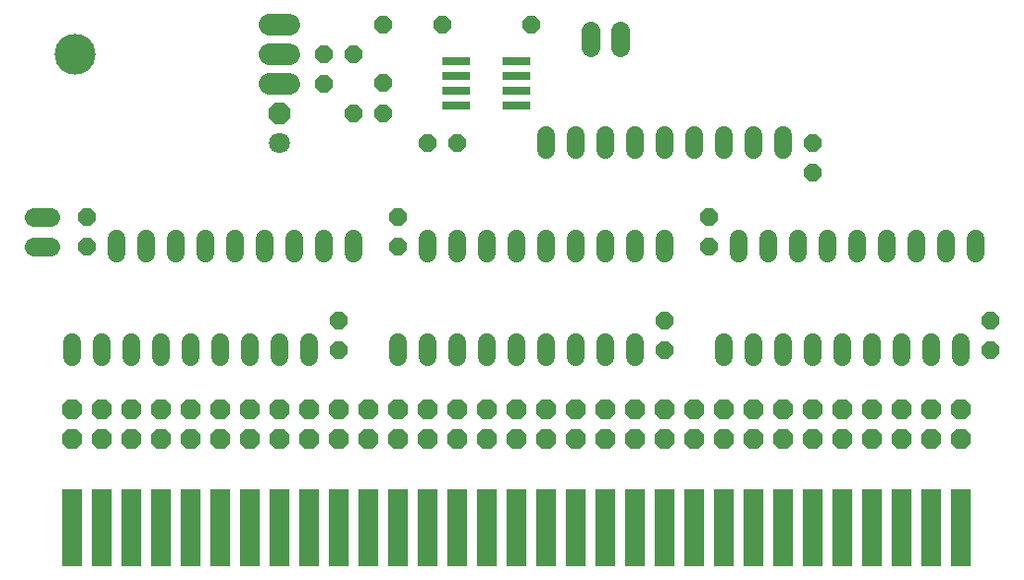
<source format=gts>
G75*
%MOIN*%
%OFA0B0*%
%FSLAX24Y24*%
%IPPOS*%
%LPD*%
%AMOC8*
5,1,8,0,0,1.08239X$1,22.5*
%
%ADD10R,0.0680X0.2630*%
%ADD11C,0.0600*%
%ADD12OC8,0.0600*%
%ADD13R,0.0946X0.0316*%
%ADD14OC8,0.0710*%
%ADD15C,0.0710*%
%ADD16C,0.0740*%
%ADD17C,0.1380*%
%ADD18C,0.0640*%
%ADD19OC8,0.0680*%
D10*
X002180Y001940D03*
X003180Y001940D03*
X004180Y001940D03*
X005180Y001940D03*
X006180Y001940D03*
X007180Y001940D03*
X008180Y001940D03*
X009180Y001940D03*
X010180Y001940D03*
X011180Y001940D03*
X012180Y001940D03*
X013180Y001940D03*
X014180Y001940D03*
X015180Y001940D03*
X016180Y001940D03*
X017180Y001940D03*
X018180Y001940D03*
X019180Y001940D03*
X020180Y001940D03*
X021180Y001940D03*
X022180Y001940D03*
X023180Y001940D03*
X024180Y001940D03*
X025180Y001940D03*
X026180Y001940D03*
X027180Y001940D03*
X028180Y001940D03*
X029180Y001940D03*
X030180Y001940D03*
X031180Y001940D03*
X032180Y001940D03*
D11*
X032180Y007680D02*
X032180Y008200D01*
X031180Y008200D02*
X031180Y007680D01*
X030180Y007680D02*
X030180Y008200D01*
X029180Y008200D02*
X029180Y007680D01*
X028180Y007680D02*
X028180Y008200D01*
X027180Y008200D02*
X027180Y007680D01*
X026180Y007680D02*
X026180Y008200D01*
X025180Y008200D02*
X025180Y007680D01*
X024180Y007680D02*
X024180Y008200D01*
X021180Y008200D02*
X021180Y007680D01*
X020180Y007680D02*
X020180Y008200D01*
X019180Y008200D02*
X019180Y007680D01*
X018180Y007680D02*
X018180Y008200D01*
X017180Y008200D02*
X017180Y007680D01*
X016180Y007680D02*
X016180Y008200D01*
X015180Y008200D02*
X015180Y007680D01*
X014180Y007680D02*
X014180Y008200D01*
X013180Y008200D02*
X013180Y007680D01*
X010180Y007680D02*
X010180Y008200D01*
X009180Y008200D02*
X009180Y007680D01*
X008180Y007680D02*
X008180Y008200D01*
X007180Y008200D02*
X007180Y007680D01*
X006180Y007680D02*
X006180Y008200D01*
X005180Y008200D02*
X005180Y007680D01*
X004180Y007680D02*
X004180Y008200D01*
X003180Y008200D02*
X003180Y007680D01*
X002180Y007680D02*
X002180Y008200D01*
X003680Y011180D02*
X003680Y011700D01*
X004680Y011700D02*
X004680Y011180D01*
X005680Y011180D02*
X005680Y011700D01*
X006680Y011700D02*
X006680Y011180D01*
X007680Y011180D02*
X007680Y011700D01*
X008680Y011700D02*
X008680Y011180D01*
X009680Y011180D02*
X009680Y011700D01*
X010680Y011700D02*
X010680Y011180D01*
X011680Y011180D02*
X011680Y011700D01*
X014180Y011700D02*
X014180Y011180D01*
X015180Y011180D02*
X015180Y011700D01*
X016180Y011700D02*
X016180Y011180D01*
X017180Y011180D02*
X017180Y011700D01*
X018180Y011700D02*
X018180Y011180D01*
X019180Y011180D02*
X019180Y011700D01*
X020180Y011700D02*
X020180Y011180D01*
X021180Y011180D02*
X021180Y011700D01*
X022180Y011700D02*
X022180Y011180D01*
X024680Y011180D02*
X024680Y011700D01*
X025680Y011700D02*
X025680Y011180D01*
X026680Y011180D02*
X026680Y011700D01*
X027680Y011700D02*
X027680Y011180D01*
X028680Y011180D02*
X028680Y011700D01*
X029680Y011700D02*
X029680Y011180D01*
X030680Y011180D02*
X030680Y011700D01*
X031680Y011700D02*
X031680Y011180D01*
X032680Y011180D02*
X032680Y011700D01*
X026180Y014680D02*
X026180Y015200D01*
X025180Y015200D02*
X025180Y014680D01*
X024180Y014680D02*
X024180Y015200D01*
X023180Y015200D02*
X023180Y014680D01*
X022180Y014680D02*
X022180Y015200D01*
X021180Y015200D02*
X021180Y014680D01*
X020180Y014680D02*
X020180Y015200D01*
X019180Y015200D02*
X019180Y014680D01*
X018180Y014680D02*
X018180Y015200D01*
D12*
X015180Y014940D03*
X014180Y014940D03*
X012680Y015940D03*
X011680Y015940D03*
X010680Y016940D03*
X010680Y017940D03*
X011680Y017940D03*
X012680Y018930D03*
X014680Y018940D03*
X012680Y016950D03*
X017680Y018940D03*
X027180Y014940D03*
X027180Y013940D03*
X023680Y012440D03*
X023680Y011440D03*
X022180Y008940D03*
X022180Y007940D03*
X013180Y011440D03*
X013180Y012440D03*
X011180Y008940D03*
X011180Y007940D03*
X002680Y011440D03*
X002680Y012440D03*
X033180Y008940D03*
X033180Y007940D03*
D13*
X017204Y016190D03*
X017204Y016690D03*
X017204Y017190D03*
X017204Y017690D03*
X015156Y017690D03*
X015156Y017190D03*
X015156Y016690D03*
X015156Y016190D03*
D14*
X009180Y015940D03*
D15*
X009180Y014940D03*
D16*
X009510Y016940D02*
X008850Y016940D01*
X008850Y017940D02*
X009510Y017940D01*
X009510Y018940D02*
X008850Y018940D01*
D17*
X002280Y017940D03*
D18*
X001460Y012440D02*
X000900Y012440D01*
X000900Y011440D02*
X001460Y011440D01*
X019680Y018160D02*
X019680Y018720D01*
X020680Y018720D02*
X020680Y018160D01*
D19*
X020180Y005940D03*
X019180Y005940D03*
X018180Y005940D03*
X017180Y005940D03*
X016180Y005940D03*
X015180Y005940D03*
X014180Y005940D03*
X013180Y005940D03*
X012180Y005940D03*
X011180Y005940D03*
X010180Y005940D03*
X009180Y005940D03*
X008180Y005940D03*
X007180Y005940D03*
X006180Y005940D03*
X005180Y005940D03*
X004180Y005940D03*
X003180Y005940D03*
X002180Y005940D03*
X002180Y004940D03*
X003180Y004940D03*
X004180Y004940D03*
X005180Y004940D03*
X006180Y004940D03*
X007180Y004940D03*
X008180Y004940D03*
X009180Y004940D03*
X010180Y004940D03*
X011180Y004940D03*
X012180Y004940D03*
X013180Y004940D03*
X014180Y004940D03*
X015180Y004940D03*
X016180Y004940D03*
X017180Y004940D03*
X018180Y004940D03*
X019180Y004940D03*
X020180Y004940D03*
X021180Y004940D03*
X022180Y004940D03*
X023180Y004940D03*
X024180Y004940D03*
X025180Y004940D03*
X026180Y004940D03*
X027180Y004940D03*
X028180Y004940D03*
X029180Y004940D03*
X030180Y004940D03*
X031180Y004940D03*
X032180Y004940D03*
X032180Y005940D03*
X031180Y005940D03*
X030180Y005940D03*
X029180Y005940D03*
X028180Y005940D03*
X027180Y005940D03*
X026180Y005940D03*
X025180Y005940D03*
X024180Y005940D03*
X023180Y005940D03*
X022180Y005940D03*
X021180Y005940D03*
M02*

</source>
